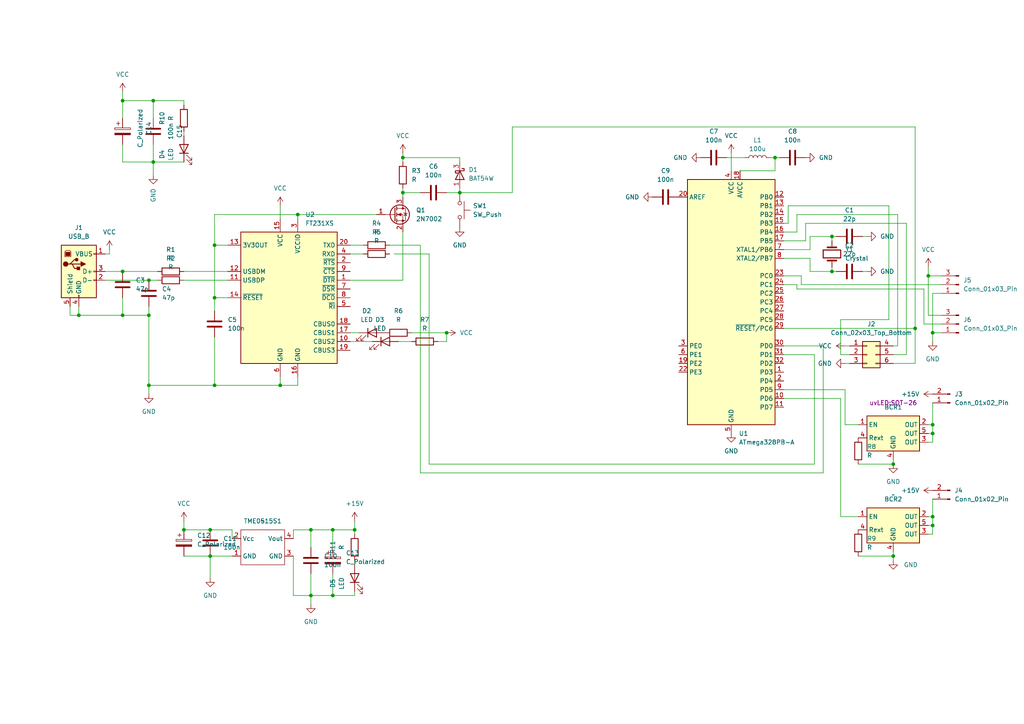
<source format=kicad_sch>
(kicad_sch (version 20230121) (generator eeschema)
  (paper "A4")
  (lib_symbols
    (symbol "Connector:Conn_01x02_Pin" (pin_names (offset 1.016) hide)
      (property "Reference" "J" (at 0 2.54 0))
      (property "Value" "Conn_01x02_Pin" (at 0 -5.08 0))
      (symbol "Conn_01x02_Pin_1_1"
        (polyline (pts (xy 1.27 -2.54) (xy 0.8636 -2.54)) (stroke (width 0.1524)))
        (polyline (pts (xy 1.27 0) (xy 0.8636 0)) (stroke (width 0.1524)))
        (rectangle (start 0.8636 -2.413) (end 0 -2.667) (stroke (width 0.1524)) (fill (type outline)))
        (rectangle (start 0.8636 0.127) (end 0 -0.127) (stroke (width 0.1524)) (fill (type outline)))
        (pin passive line (at 5.08 0 180) (length 3.81) (name "Pin_1") (number "1"))
        (pin passive line (at 5.08 -2.54 180) (length 3.81) (name "Pin_2") (number "2"))
      )
    )
    (symbol "Connector:Conn_01x03_Pin" (pin_names (offset 1.016) hide)
      (property "Reference" "J" (at 0 5.08 0))
      (property "Value" "Conn_01x03_Pin" (at 0 -5.08 0))
      (symbol "Conn_01x03_Pin_1_1"
        (polyline (pts (xy 1.27 -2.54) (xy 0.8636 -2.54)) (stroke (width 0.1524)))
        (polyline (pts (xy 1.27 0) (xy 0.8636 0)) (stroke (width 0.1524)))
        (polyline (pts (xy 1.27 2.54) (xy 0.8636 2.54)) (stroke (width 0.1524)))
        (rectangle (start 0.8636 -2.413) (end 0 -2.667) (stroke (width 0.1524)) (fill (type outline)))
        (rectangle (start 0.8636 0.127) (end 0 -0.127) (stroke (width 0.1524)) (fill (type outline)))
        (rectangle (start 0.8636 2.667) (end 0 2.413) (stroke (width 0.1524)) (fill (type outline)))
        (pin passive line (at 5.08 2.54 180) (length 3.81) (name "Pin_1") (number "1"))
        (pin passive line (at 5.08 0 180) (length 3.81) (name "Pin_2") (number "2"))
        (pin passive line (at 5.08 -2.54 180) (length 3.81) (name "Pin_3") (number "3"))
      )
    )
    (symbol "Connector:USB_B" (pin_names (offset 1.016))
      (property "Reference" "J" (at -5.08 11.43 0))
      (property "Value" "USB_B" (at -5.08 8.89 0))
      (symbol "USB_B_0_1"
        (rectangle (start -5.08 -7.62) (end 5.08 7.62) (stroke (width 0.254)) (fill (type background)))
        (circle (center -3.81 2.159) (radius 0.635) (stroke (width 0.254)) (fill (type outline)))
        (rectangle (start -3.81 5.588) (end -2.54 4.572) (fill (type outline)))
        (circle (center -0.635 3.429) (radius 0.381) (stroke (width 0.254)) (fill (type outline)))
        (rectangle (start -0.127 -7.62) (end 0.127 -6.858))
        (polyline (pts (xy -1.905 2.159) (xy 0.635 2.159)) (stroke (width 0.254)))
        (polyline (pts (xy -3.175 2.159) (xy -2.54 2.159) (xy -1.27 3.429) (xy -0.635 3.429)) (stroke (width 0.254)))
        (polyline (pts (xy -2.54 2.159) (xy -1.905 2.159) (xy -1.27 0.889) (xy 0 0.889)) (stroke (width 0.254)))
        (polyline (pts (xy 0.635 2.794) (xy 0.635 1.524) (xy 1.905 2.159) (xy 0.635 2.794)) (stroke (width 0.254)) (fill (type outline)))
        (polyline (pts (xy -4.064 4.318) (xy -2.286 4.318) (xy -2.286 5.715) (xy -2.667 6.096) (xy -3.683 6.096) (xy -4.064 5.715) (xy -4.064 4.318)))
        (rectangle (start 0.254 1.27) (end -0.508 0.508) (stroke (width 0.254)) (fill (type outline)))
        (rectangle (start 5.08 -2.667) (end 4.318 -2.413))
        (rectangle (start 5.08 -0.127) (end 4.318 0.127))
        (rectangle (start 5.08 4.953) (end 4.318 5.207))
      )
      (symbol "USB_B_1_1"
        (pin power_out line (at 7.62 5.08 180) (length 2.54) (name "VBUS") (number "1"))
        (pin bidirectional line (at 7.62 -2.54 180) (length 2.54) (name "D-") (number "2"))
        (pin bidirectional line (at 7.62 0 180) (length 2.54) (name "D+") (number "3"))
        (pin power_out line (at 0 -10.16 90) (length 2.54) (name "GND") (number "4"))
        (pin passive line (at -2.54 -10.16 90) (length 2.54) (name "Shield") (number "5"))
      )
    )
    (symbol "Connector_Generic:Conn_02x03_Top_Bottom" (pin_names (offset 1.016) hide)
      (property "Reference" "J" (at 1.27 5.08 0))
      (property "Value" "Conn_02x03_Top_Bottom" (at 1.27 -5.08 0))
      (symbol "Conn_02x03_Top_Bottom_1_1"
        (rectangle (start -1.27 -2.413) (end 0 -2.667) (stroke (width 0.1524)))
        (rectangle (start -1.27 0.127) (end 0 -0.127) (stroke (width 0.1524)))
        (rectangle (start -1.27 2.667) (end 0 2.413) (stroke (width 0.1524)))
        (rectangle (start -1.27 3.81) (end 3.81 -3.81) (stroke (width 0.254)) (fill (type background)))
        (rectangle (start 3.81 -2.413) (end 2.54 -2.667) (stroke (width 0.1524)))
        (rectangle (start 3.81 0.127) (end 2.54 -0.127) (stroke (width 0.1524)))
        (rectangle (start 3.81 2.667) (end 2.54 2.413) (stroke (width 0.1524)))
        (pin passive line (at -5.08 2.54 0) (length 3.81) (name "Pin_1") (number "1"))
        (pin passive line (at -5.08 0 0) (length 3.81) (name "Pin_2") (number "2"))
        (pin passive line (at -5.08 -2.54 0) (length 3.81) (name "Pin_3") (number "3"))
        (pin passive line (at 7.62 2.54 180) (length 3.81) (name "Pin_4") (number "4"))
        (pin passive line (at 7.62 0 180) (length 3.81) (name "Pin_5") (number "5"))
        (pin passive line (at 7.62 -2.54 180) (length 3.81) (name "Pin_6") (number "6"))
      )
    )
    (symbol "Device:C" (pin_numbers hide) (pin_names (offset 0.254))
      (property "Reference" "C" (at 0.635 2.54 0))
      (property "Value" "C" (at 0.635 -2.54 0))
      (symbol "C_0_1"
        (polyline (pts (xy -2.032 -0.762) (xy 2.032 -0.762)) (stroke (width 0.508)))
        (polyline (pts (xy -2.032 0.762) (xy 2.032 0.762)) (stroke (width 0.508)))
      )
      (symbol "C_1_1"
        (pin passive line (at 0 3.81 270) (length 2.794) (name "~") (number "1"))
        (pin passive line (at 0 -3.81 90) (length 2.794) (name "~") (number "2"))
      )
    )
    (symbol "Device:C_Polarized" (pin_numbers hide) (pin_names (offset 0.254))
      (property "Reference" "C" (at 0.635 2.54 0))
      (property "Value" "C_Polarized" (at 0.635 -2.54 0))
      (symbol "C_Polarized_0_1"
        (rectangle (start -2.286 0.508) (end 2.286 1.016))
        (polyline (pts (xy -1.778 2.286) (xy -0.762 2.286)))
        (polyline (pts (xy -1.27 2.794) (xy -1.27 1.778)))
        (rectangle (start 2.286 -0.508) (end -2.286 -1.016) (fill (type outline)))
      )
      (symbol "C_Polarized_1_1"
        (pin passive line (at 0 3.81 270) (length 2.794) (name "~") (number "1"))
        (pin passive line (at 0 -3.81 90) (length 2.794) (name "~") (number "2"))
      )
    )
    (symbol "Device:Crystal" (pin_numbers hide) (pin_names (offset 1.016) hide)
      (property "Reference" "Y" (at 0 3.81 0))
      (property "Value" "Crystal" (at 0 -3.81 0))
      (symbol "Crystal_0_1"
        (rectangle (start -1.143 2.54) (end 1.143 -2.54) (stroke (width 0.3048)))
        (polyline (pts (xy -2.54 0) (xy -1.905 0)))
        (polyline (pts (xy -1.905 -1.27) (xy -1.905 1.27)) (stroke (width 0.508)))
        (polyline (pts (xy 1.905 -1.27) (xy 1.905 1.27)) (stroke (width 0.508)))
        (polyline (pts (xy 2.54 0) (xy 1.905 0)))
      )
      (symbol "Crystal_1_1"
        (pin passive line (at -3.81 0 0) (length 1.27) (name "1") (number "1"))
        (pin passive line (at 3.81 0 180) (length 1.27) (name "2") (number "2"))
      )
    )
    (symbol "Device:L" (pin_numbers hide) (pin_names (offset 1.016) hide)
      (property "Reference" "L" (at -1.27 0 90))
      (property "Value" "L" (at 1.905 0 90))
      (symbol "L_0_1"
        (arc (start 0 -2.54) (mid 0.6323 -1.905) (end 0 -1.27))
        (arc (start 0 -1.27) (mid 0.6323 -0.635) (end 0 0))
        (arc (start 0 0) (mid 0.6323 0.635) (end 0 1.27))
        (arc (start 0 1.27) (mid 0.6323 1.905) (end 0 2.54))
      )
      (symbol "L_1_1"
        (pin passive line (at 0 3.81 270) (length 1.27) (name "1") (number "1"))
        (pin passive line (at 0 -3.81 90) (length 1.27) (name "2") (number "2"))
      )
    )
    (symbol "Device:LED" (pin_numbers hide) (pin_names (offset 1.016) hide)
      (property "Reference" "D" (at 0 2.54 0))
      (property "Value" "LED" (at 0 -2.54 0))
      (symbol "LED_0_1"
        (polyline (pts (xy -1.27 -1.27) (xy -1.27 1.27)) (stroke (width 0.254)))
        (polyline (pts (xy -1.27 0) (xy 1.27 0)))
        (polyline (pts (xy 1.27 -1.27) (xy 1.27 1.27) (xy -1.27 0) (xy 1.27 -1.27)) (stroke (width 0.254)))
        (polyline (pts (xy -3.048 -0.762) (xy -4.572 -2.286) (xy -3.81 -2.286) (xy -4.572 -2.286) (xy -4.572 -1.524)))
        (polyline (pts (xy -1.778 -0.762) (xy -3.302 -2.286) (xy -2.54 -2.286) (xy -3.302 -2.286) (xy -3.302 -1.524)))
      )
      (symbol "LED_1_1"
        (pin passive line (at -3.81 0 0) (length 2.54) (name "K") (number "1"))
        (pin passive line (at 3.81 0 180) (length 2.54) (name "A") (number "2"))
      )
    )
    (symbol "Device:R" (pin_numbers hide) (pin_names (offset 0))
      (property "Reference" "R" (at 2.032 0 90))
      (property "Value" "R" (at 0 0 90))
      (symbol "R_0_1"
        (rectangle (start -1.016 -2.54) (end 1.016 2.54) (stroke (width 0.254)))
      )
      (symbol "R_1_1"
        (pin passive line (at 0 3.81 270) (length 1.27) (name "~") (number "1"))
        (pin passive line (at 0 -3.81 90) (length 1.27) (name "~") (number "2"))
      )
    )
    (symbol "Diode:BAT54W" (pin_names (offset 1.016) hide)
      (property "Reference" "D" (at 0 2.54 0))
      (property "Value" "BAT54W" (at 0 -2.54 0))
      (symbol "BAT54W_0_1"
        (polyline (pts (xy 1.27 0) (xy -1.27 0)))
        (polyline (pts (xy 1.27 1.27) (xy 1.27 -1.27) (xy -1.27 0) (xy 1.27 1.27)) (stroke (width 0.254)))
        (polyline (pts (xy -1.905 0.635) (xy -1.905 1.27) (xy -1.27 1.27) (xy -1.27 -1.27) (xy -0.635 -1.27) (xy -0.635 -0.635)) (stroke (width 0.254)))
      )
      (symbol "BAT54W_1_1"
        (pin passive line (at 3.81 0 180) (length 2.54) (name "A") (number "1"))
        (pin no_connect line (at 0 0 90) (length 2.54) hide (name "NC") (number "2"))
        (pin passive line (at -3.81 0 0) (length 2.54) (name "K") (number "3"))
      )
    )
    (symbol "Interface_USB:FT231XS"
      (property "Reference" "U" (at -13.97 20.32 0))
      (property "Value" "FT231XS" (at 7.62 20.32 0))
      (symbol "FT231XS_0_1"
        (rectangle (start -13.97 19.05) (end 13.97 -19.05) (stroke (width 0.254)) (fill (type background)))
      )
      (symbol "FT231XS_1_1"
        (pin output line (at 17.78 5.08 180) (length 3.81) (name "~{DTR}") (number "1"))
        (pin bidirectional line (at 17.78 -12.7 180) (length 3.81) (name "CBUS2") (number "10"))
        (pin bidirectional line (at -17.78 5.08 0) (length 3.81) (name "USBDP") (number "11"))
        (pin bidirectional line (at -17.78 7.62 0) (length 3.81) (name "USBDM") (number "12"))
        (pin power_out line (at -17.78 15.24 0) (length 3.81) (name "3V3OUT") (number "13"))
        (pin input line (at -17.78 0 0) (length 3.81) (name "~{RESET}") (number "14"))
        (pin power_in line (at -2.54 22.86 270) (length 3.81) (name "VCC") (number "15"))
        (pin power_in line (at 2.54 -22.86 90) (length 3.81) (name "GND") (number "16"))
        (pin bidirectional line (at 17.78 -10.16 180) (length 3.81) (name "CBUS1") (number "17"))
        (pin bidirectional line (at 17.78 -7.62 180) (length 3.81) (name "CBUS0") (number "18"))
        (pin bidirectional line (at 17.78 -15.24 180) (length 3.81) (name "CBUS3") (number "19"))
        (pin output line (at 17.78 10.16 180) (length 3.81) (name "~{RTS}") (number "2"))
        (pin output line (at 17.78 15.24 180) (length 3.81) (name "TXD") (number "20"))
        (pin power_in line (at 2.54 22.86 270) (length 3.81) (name "VCCIO") (number "3"))
        (pin input line (at 17.78 12.7 180) (length 3.81) (name "RXD") (number "4"))
        (pin input line (at 17.78 -2.54 180) (length 3.81) (name "~{RI}") (number "5"))
        (pin power_in line (at -2.54 -22.86 90) (length 3.81) (name "GND") (number "6"))
        (pin input line (at 17.78 2.54 180) (length 3.81) (name "~{DSR}") (number "7"))
        (pin input line (at 17.78 0 180) (length 3.81) (name "~{DCD}") (number "8"))
        (pin input line (at 17.78 7.62 180) (length 3.81) (name "~{CTS}") (number "9"))
      )
    )
    (symbol "MCU_Microchip_ATmega:ATmega328PB-A"
      (property "Reference" "U" (at -12.7 36.83 0))
      (property "Value" "ATmega328PB-A" (at 2.54 -36.83 0))
      (symbol "ATmega328PB-A_0_1"
        (rectangle (start -12.7 -35.56) (end 12.7 35.56) (stroke (width 0.254)) (fill (type background)))
      )
      (symbol "ATmega328PB-A_1_1"
        (pin bidirectional line (at 15.24 -20.32 180) (length 2.54) (name "PD3") (number "1"))
        (pin bidirectional line (at 15.24 -27.94 180) (length 2.54) (name "PD6") (number "10"))
        (pin bidirectional line (at 15.24 -30.48 180) (length 2.54) (name "PD7") (number "11"))
        (pin bidirectional line (at 15.24 30.48 180) (length 2.54) (name "PB0") (number "12"))
        (pin bidirectional line (at 15.24 27.94 180) (length 2.54) (name "PB1") (number "13"))
        (pin bidirectional line (at 15.24 25.4 180) (length 2.54) (name "PB2") (number "14"))
        (pin bidirectional line (at 15.24 22.86 180) (length 2.54) (name "PB3") (number "15"))
        (pin bidirectional line (at 15.24 20.32 180) (length 2.54) (name "PB4") (number "16"))
        (pin bidirectional line (at 15.24 17.78 180) (length 2.54) (name "PB5") (number "17"))
        (pin power_in line (at 2.54 38.1 270) (length 2.54) (name "AVCC") (number "18"))
        (pin bidirectional line (at -15.24 -17.78 0) (length 2.54) (name "PE2") (number "19"))
        (pin bidirectional line (at 15.24 -22.86 180) (length 2.54) (name "PD4") (number "2"))
        (pin passive line (at -15.24 30.48 0) (length 2.54) (name "AREF") (number "20"))
        (pin passive line (at 0 -38.1 90) (length 2.54) hide (name "GND") (number "21"))
        (pin bidirectional line (at -15.24 -20.32 0) (length 2.54) (name "PE3") (number "22"))
        (pin bidirectional line (at 15.24 7.62 180) (length 2.54) (name "PC0") (number "23"))
        (pin bidirectional line (at 15.24 5.08 180) (length 2.54) (name "PC1") (number "24"))
        (pin bidirectional line (at 15.24 2.54 180) (length 2.54) (name "PC2") (number "25"))
        (pin bidirectional line (at 15.24 0 180) (length 2.54) (name "PC3") (number "26"))
        (pin bidirectional line (at 15.24 -2.54 180) (length 2.54) (name "PC4") (number "27"))
        (pin bidirectional line (at 15.24 -5.08 180) (length 2.54) (name "PC5") (number "28"))
        (pin bidirectional line (at 15.24 -7.62 180) (length 2.54) (name "~{RESET}/PC6") (number "29"))
        (pin bidirectional line (at -15.24 -12.7 0) (length 2.54) (name "PE0") (number "3"))
        (pin bidirectional line (at 15.24 -12.7 180) (length 2.54) (name "PD0") (number "30"))
        (pin bidirectional line (at 15.24 -15.24 180) (length 2.54) (name "PD1") (number "31"))
        (pin bidirectional line (at 15.24 -17.78 180) (length 2.54) (name "PD2") (number "32"))
        (pin power_in line (at 0 38.1 270) (length 2.54) (name "VCC") (number "4"))
        (pin power_in line (at 0 -38.1 90) (length 2.54) (name "GND") (number "5"))
        (pin bidirectional line (at -15.24 -15.24 0) (length 2.54) (name "PE1") (number "6"))
        (pin bidirectional line (at 15.24 15.24 180) (length 2.54) (name "XTAL1/PB6") (number "7"))
        (pin bidirectional line (at 15.24 12.7 180) (length 2.54) (name "XTAL2/PB7") (number "8"))
        (pin bidirectional line (at 15.24 -25.4 180) (length 2.54) (name "PD5") (number "9"))
      )
    )
    (symbol "Switch:SW_Push" (pin_numbers hide) (pin_names (offset 1.016) hide)
      (property "Reference" "SW" (at 1.27 2.54 0))
      (property "Value" "SW_Push" (at 0 -1.524 0))
      (symbol "SW_Push_0_1"
        (circle (center -2.032 0) (radius 0.508))
        (polyline (pts (xy 0 1.27) (xy 0 3.048)))
        (polyline (pts (xy 2.54 1.27) (xy -2.54 1.27)))
        (circle (center 2.032 0) (radius 0.508))
        (pin passive line (at -5.08 0 0) (length 2.54) (name "1") (number "1"))
        (pin passive line (at 5.08 0 180) (length 2.54) (name "2") (number "2"))
      )
    )
    (symbol "Transistor_FET:2N7002" (pin_names hide)
      (property "Reference" "Q" (at 5.08 1.905 0))
      (property "Value" "2N7002" (at 5.08 0 0))
      (symbol "2N7002_0_1"
        (polyline (pts (xy 0.254 0) (xy -2.54 0)))
        (polyline (pts (xy 0.254 1.905) (xy 0.254 -1.905)) (stroke (width 0.254)))
        (polyline (pts (xy 0.762 -1.27) (xy 0.762 -2.286)) (stroke (width 0.254)))
        (polyline (pts (xy 0.762 0.508) (xy 0.762 -0.508)) (stroke (width 0.254)))
        (polyline (pts (xy 0.762 2.286) (xy 0.762 1.27)) (stroke (width 0.254)))
        (polyline (pts (xy 2.54 2.54) (xy 2.54 1.778)))
        (polyline (pts (xy 2.54 -2.54) (xy 2.54 0) (xy 0.762 0)))
        (polyline (pts (xy 0.762 -1.778) (xy 3.302 -1.778) (xy 3.302 1.778) (xy 0.762 1.778)))
        (polyline (pts (xy 1.016 0) (xy 2.032 0.381) (xy 2.032 -0.381) (xy 1.016 0)) (fill (type outline)))
        (polyline (pts (xy 2.794 0.508) (xy 2.921 0.381) (xy 3.683 0.381) (xy 3.81 0.254)))
        (polyline (pts (xy 3.302 0.381) (xy 2.921 -0.254) (xy 3.683 -0.254) (xy 3.302 0.381)))
        (circle (center 1.651 0) (radius 2.794) (stroke (width 0.254)))
        (circle (center 2.54 -1.778) (radius 0.254) (fill (type outline)))
        (circle (center 2.54 1.778) (radius 0.254) (fill (type outline)))
      )
      (symbol "2N7002_1_1"
        (pin input line (at -5.08 0 0) (length 2.54) (name "G") (number "1"))
        (pin passive line (at 2.54 -5.08 90) (length 2.54) (name "S") (number "2"))
        (pin passive line (at 2.54 5.08 270) (length 2.54) (name "D") (number "3"))
      )
    )
    (symbol "power:+15V" (power) (pin_names (offset 0))
      (property "Value" "+15V" (at 0 3.556 0))
      (symbol "+15V_0_1"
        (polyline (pts (xy -0.762 1.27) (xy 0 2.54)))
        (polyline (pts (xy 0 0) (xy 0 2.54)))
        (polyline (pts (xy 0 2.54) (xy 0.762 1.27)))
      )
      (symbol "+15V_1_1"
        (pin power_in line (at 0 0 90) (length 0) hide (name "+15V") (number "1"))
      )
    )
    (symbol "power:GND" (power) (pin_names (offset 0))
      (property "Value" "GND" (at 0 -3.81 0))
      (symbol "GND_0_1"
        (polyline (pts (xy 0 0) (xy 0 -1.27) (xy 1.27 -1.27) (xy 0 -2.54) (xy -1.27 -1.27) (xy 0 -1.27)))
      )
      (symbol "GND_1_1"
        (pin power_in line (at 0 0 270) (length 0) hide (name "GND") (number "1"))
      )
    )
    (symbol "power:VCC" (power) (pin_names (offset 0))
      (property "Value" "VCC" (at 0 3.81 0))
      (symbol "VCC_0_1"
        (polyline (pts (xy -0.762 1.27) (xy 0 2.54)))
        (polyline (pts (xy 0 0) (xy 0 2.54)))
        (polyline (pts (xy 0 2.54) (xy 0.762 1.27)))
      )
      (symbol "VCC_1_1"
        (pin power_in line (at 0 0 90) (length 0) hide (name "VCC") (number "1"))
      )
    )
    (symbol "uvLED:BCR420"
      (property "Reference" "BCR420" (at -6.35 -2.54 0))
      (symbol "BCR420_0_1"
        (rectangle (start -7.62 -3.81) (end 7.62 -13.97) (stroke (width 0.254)) (fill (type background)))
      )
      (symbol "BCR420_1_1"
        (pin input line (at -10.16 -6.35 0) (length 2.54) (name "EN") (number "1"))
        (pin output line (at 10.16 -6.35 180) (length 2.54) (name "OUT") (number "2"))
        (pin output line (at 10.16 -11.43 180) (length 2.54) (name "OUT") (number "3"))
        (pin power_in line (at 0 -16.51 90) (length 2.54) (name "GND") (number "4"))
        (pin input line (at -10.16 -10.16 0) (length 2.54) (name "Rext") (number "4"))
        (pin output line (at 10.16 -8.89 180) (length 2.54) (name "OUT") (number "5"))
      )
    )
    (symbol "uvLED:TME0515S"
      (property "Reference" "TME0515S" (at 0 0 0))
      (symbol "TME0515S_0_1"
        (rectangle (start -6.35 -2.54) (end 6.35 -12.7))
      )
      (symbol "TME0515S_1_1"
        (pin power_in line (at -8.89 -10.16 0) (length 2.54) (name "GND") (number "1"))
        (pin power_in line (at -8.89 -5.08 0) (length 2.54) (name "Vcc") (number "2"))
        (pin power_out line (at 8.89 -10.16 180) (length 2.54) (name "GND") (number "3"))
        (pin power_out line (at 8.89 -5.08 180) (length 2.54) (name "Vout") (number "4"))
      )
    )
  )
  (junction (at 43.18 111.76))
  (junction (at 35.56 91.44))
  (junction (at 116.84 55.88))
  (junction (at 86.36 62.23))
  (junction (at 90.17 172.72))
  (junction (at 81.28 111.76))
  (junction (at 270.51 96.52))
  (junction (at 60.96 153.67))
  (junction (at 265.43 95.25))
  (junction (at 241.3 68.58))
  (junction (at 96.52 172.72))
  (junction (at 53.34 153.67))
  (junction (at 259.08 161.29))
  (junction (at 62.23 86.36))
  (junction (at 44.45 29.21))
  (junction (at 224.79 45.72))
  (junction (at 96.52 153.67))
  (junction (at 22.86 91.44))
  (junction (at 102.87 153.67))
  (junction (at 270.51 152.4))
  (junction (at 116.84 45.72))
  (junction (at 259.08 134.62))
  (junction (at 270.51 149.86))
  (junction (at 62.23 111.76))
  (junction (at 60.96 161.29))
  (junction (at 43.18 91.44))
  (junction (at 62.23 71.12))
  (junction (at 44.45 46.99))
  (junction (at 90.17 153.67))
  (junction (at 133.35 55.88))
  (junction (at 270.51 125.73))
  (junction (at 35.56 78.74))
  (junction (at 43.18 81.28))
  (junction (at 241.3 78.74))
  (junction (at 270.51 123.19))
  (junction (at 35.56 29.21))
  (junction (at 129.54 96.52))
  (junction (at 269.24 80.01))
  (wire (pts (xy 262.89 102.87) (xy 259.08 102.87)))
  (wire (pts (xy 121.92 71.12) (xy 113.03 71.12)))
  (wire (pts (xy 129.54 99.06) (xy 129.54 96.52)))
  (wire (pts (xy 245.11 105.41) (xy 246.38 105.41)))
  (wire (pts (xy 81.28 111.76) (xy 86.36 111.76)))
  (wire (pts (xy 269.24 80.01) (xy 269.24 91.44)))
  (wire (pts (xy 116.84 55.88) (xy 116.84 57.15)))
  (wire (pts (xy 53.34 78.74) (xy 66.04 78.74)))
  (wire (pts (xy 35.56 78.74) (xy 45.72 78.74)))
  (wire (pts (xy 224.79 49.53) (xy 224.79 45.72)))
  (wire (pts (xy 53.34 39.37) (xy 53.34 38.1)))
  (wire (pts (xy 62.23 71.12) (xy 62.23 86.36)))
  (wire (pts (xy 231.14 62.23) (xy 231.14 67.31)))
  (wire (pts (xy 214.63 49.53) (xy 224.79 49.53)))
  (wire (pts (xy 30.48 73.66) (xy 31.75 73.66)))
  (wire (pts (xy 250.19 78.74) (xy 251.46 78.74)))
  (wire (pts (xy 227.33 72.39) (xy 234.95 72.39)))
  (wire (pts (xy 35.56 29.21) (xy 35.56 34.29)))
  (wire (pts (xy 270.51 128.27) (xy 270.51 125.73)))
  (wire (pts (xy 101.6 81.28) (xy 116.84 81.28)))
  (wire (pts (xy 212.09 44.45) (xy 212.09 49.53)))
  (wire (pts (xy 231.14 83.82) (xy 231.14 82.55)))
  (wire (pts (xy 116.84 54.61) (xy 116.84 55.88)))
  (wire (pts (xy 269.24 91.44) (xy 273.05 91.44)))
  (wire (pts (xy 241.3 68.58) (xy 241.3 69.85)))
  (wire (pts (xy 227.33 100.33) (xy 238.76 100.33)))
  (wire (pts (xy 234.95 68.58) (xy 241.3 68.58)))
  (wire (pts (xy 270.51 96.52) (xy 273.05 96.52)))
  (wire (pts (xy 116.84 45.72) (xy 133.35 45.72)))
  (wire (pts (xy 148.59 36.83) (xy 148.59 55.88)))
  (wire (pts (xy 133.35 45.72) (xy 133.35 46.99)))
  (wire (pts (xy 102.87 151.13) (xy 102.87 153.67)))
  (wire (pts (xy 260.35 62.23) (xy 231.14 62.23)))
  (wire (pts (xy 43.18 91.44) (xy 43.18 111.76)))
  (wire (pts (xy 86.36 109.22) (xy 86.36 111.76)))
  (wire (pts (xy 270.51 154.94) (xy 270.51 152.4)))
  (wire (pts (xy 270.51 144.78) (xy 270.51 149.86)))
  (wire (pts (xy 245.11 123.19) (xy 245.11 113.03)))
  (wire (pts (xy 101.6 96.52) (xy 104.14 96.52)))
  (wire (pts (xy 257.81 92.71) (xy 243.84 92.71)))
  (wire (pts (xy 238.76 100.33) (xy 238.76 137.16)))
  (wire (pts (xy 231.14 82.55) (xy 227.33 82.55)))
  (wire (pts (xy 44.45 46.99) (xy 53.34 46.99)))
  (wire (pts (xy 53.34 29.21) (xy 53.34 30.48)))
  (wire (pts (xy 265.43 95.25) (xy 265.43 36.83)))
  (wire (pts (xy 270.51 125.73) (xy 270.51 123.19)))
  (wire (pts (xy 223.52 45.72) (xy 224.79 45.72)))
  (wire (pts (xy 267.97 83.82) (xy 231.14 83.82)))
  (wire (pts (xy 96.52 158.75) (xy 96.52 153.67)))
  (wire (pts (xy 227.33 115.57) (xy 243.84 115.57)))
  (wire (pts (xy 269.24 154.94) (xy 270.51 154.94)))
  (wire (pts (xy 86.36 63.5) (xy 86.36 62.23)))
  (wire (pts (xy 210.82 45.72) (xy 215.9 45.72)))
  (wire (pts (xy 90.17 166.37) (xy 90.17 172.72)))
  (wire (pts (xy 241.3 77.47) (xy 241.3 78.74)))
  (wire (pts (xy 22.86 91.44) (xy 35.56 91.44)))
  (wire (pts (xy 44.45 34.29) (xy 44.45 29.21)))
  (wire (pts (xy 44.45 46.99) (xy 44.45 50.8)))
  (wire (pts (xy 243.84 149.86) (xy 243.84 115.57)))
  (wire (pts (xy 90.17 175.26) (xy 90.17 172.72)))
  (wire (pts (xy 116.84 44.45) (xy 116.84 45.72)))
  (wire (pts (xy 44.45 29.21) (xy 53.34 29.21)))
  (wire (pts (xy 248.92 134.62) (xy 259.08 134.62)))
  (wire (pts (xy 245.11 100.33) (xy 246.38 100.33)))
  (wire (pts (xy 242.57 68.58) (xy 241.3 68.58)))
  (wire (pts (xy 270.51 149.86) (xy 269.24 149.86)))
  (wire (pts (xy 53.34 153.67) (xy 60.96 153.67)))
  (wire (pts (xy 228.6 64.77) (xy 228.6 59.69)))
  (wire (pts (xy 62.23 86.36) (xy 66.04 86.36)))
  (wire (pts (xy 227.33 80.01) (xy 232.41 80.01)))
  (wire (pts (xy 227.33 102.87) (xy 236.22 102.87)))
  (wire (pts (xy 90.17 172.72) (xy 96.52 172.72)))
  (wire (pts (xy 81.28 109.22) (xy 81.28 111.76)))
  (wire (pts (xy 124.46 134.62) (xy 236.22 134.62)))
  (wire (pts (xy 90.17 158.75) (xy 90.17 153.67)))
  (wire (pts (xy 102.87 163.83) (xy 102.87 162.56)))
  (wire (pts (xy 62.23 86.36) (xy 62.23 90.17)))
  (wire (pts (xy 31.75 72.39) (xy 31.75 73.66)))
  (wire (pts (xy 96.52 172.72) (xy 96.52 166.37)))
  (wire (pts (xy 232.41 82.55) (xy 273.05 82.55)))
  (wire (pts (xy 102.87 153.67) (xy 102.87 154.94)))
  (wire (pts (xy 234.95 78.74) (xy 234.95 74.93)))
  (wire (pts (xy 90.17 153.67) (xy 96.52 153.67)))
  (wire (pts (xy 148.59 55.88) (xy 133.35 55.88)))
  (wire (pts (xy 257.81 59.69) (xy 257.81 92.71)))
  (wire (pts (xy 269.24 77.47) (xy 269.24 80.01)))
  (wire (pts (xy 233.68 69.85) (xy 233.68 64.77)))
  (wire (pts (xy 43.18 111.76) (xy 43.18 114.3)))
  (wire (pts (xy 233.68 64.77) (xy 262.89 64.77)))
  (wire (pts (xy 67.31 156.21) (xy 67.31 153.67)))
  (wire (pts (xy 20.32 88.9) (xy 20.32 91.44)))
  (wire (pts (xy 236.22 134.62) (xy 236.22 102.87)))
  (wire (pts (xy 273.05 93.98) (xy 267.97 93.98)))
  (wire (pts (xy 265.43 36.83) (xy 148.59 36.83)))
  (wire (pts (xy 30.48 78.74) (xy 35.56 78.74)))
  (wire (pts (xy 248.92 161.29) (xy 259.08 161.29)))
  (wire (pts (xy 101.6 73.66) (xy 105.41 73.66)))
  (wire (pts (xy 270.51 116.84) (xy 270.51 123.19)))
  (wire (pts (xy 44.45 46.99) (xy 35.56 46.99)))
  (wire (pts (xy 43.18 88.9) (xy 43.18 91.44)))
  (wire (pts (xy 85.09 172.72) (xy 90.17 172.72)))
  (wire (pts (xy 133.35 54.61) (xy 133.35 55.88)))
  (wire (pts (xy 243.84 92.71) (xy 243.84 102.87)))
  (wire (pts (xy 43.18 111.76) (xy 62.23 111.76)))
  (wire (pts (xy 101.6 99.06) (xy 107.95 99.06)))
  (wire (pts (xy 43.18 81.28) (xy 45.72 81.28)))
  (wire (pts (xy 20.32 91.44) (xy 22.86 91.44)))
  (wire (pts (xy 96.52 153.67) (xy 102.87 153.67)))
  (wire (pts (xy 85.09 156.21) (xy 85.09 153.67)))
  (wire (pts (xy 259.08 105.41) (xy 265.43 105.41)))
  (wire (pts (xy 121.92 137.16) (xy 121.92 71.12)))
  (wire (pts (xy 30.48 81.28) (xy 43.18 81.28)))
  (wire (pts (xy 269.24 123.19) (xy 270.51 123.19)))
  (wire (pts (xy 224.79 45.72) (xy 226.06 45.72)))
  (wire (pts (xy 227.33 74.93) (xy 234.95 74.93)))
  (wire (pts (xy 53.34 161.29) (xy 60.96 161.29)))
  (wire (pts (xy 60.96 161.29) (xy 67.31 161.29)))
  (wire (pts (xy 227.33 64.77) (xy 228.6 64.77)))
  (wire (pts (xy 270.51 85.09) (xy 270.51 96.52)))
  (wire (pts (xy 85.09 153.67) (xy 90.17 153.67)))
  (wire (pts (xy 259.08 134.62) (xy 259.08 133.35)))
  (wire (pts (xy 238.76 137.16) (xy 121.92 137.16)))
  (wire (pts (xy 35.56 26.67) (xy 35.56 29.21)))
  (wire (pts (xy 44.45 41.91) (xy 44.45 46.99)))
  (wire (pts (xy 62.23 111.76) (xy 81.28 111.76)))
  (wire (pts (xy 248.92 149.86) (xy 243.84 149.86)))
  (wire (pts (xy 116.84 81.28) (xy 116.84 67.31)))
  (wire (pts (xy 228.6 59.69) (xy 257.81 59.69)))
  (wire (pts (xy 35.56 46.99) (xy 35.56 41.91)))
  (wire (pts (xy 44.45 29.21) (xy 35.56 29.21)))
  (wire (pts (xy 243.84 102.87) (xy 246.38 102.87)))
  (wire (pts (xy 241.3 78.74) (xy 234.95 78.74)))
  (wire (pts (xy 60.96 167.64) (xy 60.96 161.29)))
  (wire (pts (xy 86.36 62.23) (xy 109.22 62.23)))
  (wire (pts (xy 81.28 59.69) (xy 81.28 63.5)))
  (wire (pts (xy 102.87 171.45) (xy 102.87 172.72)))
  (wire (pts (xy 22.86 88.9) (xy 22.86 91.44)))
  (wire (pts (xy 60.96 153.67) (xy 67.31 153.67)))
  (wire (pts (xy 116.84 55.88) (xy 121.92 55.88)))
  (wire (pts (xy 245.11 113.03) (xy 227.33 113.03)))
  (wire (pts (xy 262.89 64.77) (xy 262.89 102.87)))
  (wire (pts (xy 250.19 68.58) (xy 251.46 68.58)))
  (wire (pts (xy 270.51 96.52) (xy 270.51 99.06)))
  (wire (pts (xy 265.43 105.41) (xy 265.43 95.25)))
  (wire (pts (xy 269.24 128.27) (xy 270.51 128.27)))
  (wire (pts (xy 267.97 93.98) (xy 267.97 83.82)))
  (wire (pts (xy 115.57 99.06) (xy 119.38 99.06)))
  (wire (pts (xy 260.35 100.33) (xy 260.35 62.23)))
  (wire (pts (xy 62.23 97.79) (xy 62.23 111.76)))
  (wire (pts (xy 227.33 95.25) (xy 265.43 95.25)))
  (wire (pts (xy 248.92 123.19) (xy 245.11 123.19)))
  (wire (pts (xy 35.56 91.44) (xy 43.18 91.44)))
  (wire (pts (xy 269.24 80.01) (xy 273.05 80.01)))
  (wire (pts (xy 127 99.06) (xy 129.54 99.06)))
  (wire (pts (xy 273.05 85.09) (xy 270.51 85.09)))
  (wire (pts (xy 232.41 80.01) (xy 232.41 82.55)))
  (wire (pts (xy 270.51 152.4) (xy 270.51 149.86)))
  (wire (pts (xy 259.08 162.56) (xy 259.08 161.29)))
  (wire (pts (xy 114.3 73.66) (xy 124.46 73.66)))
  (wire (pts (xy 269.24 125.73) (xy 270.51 125.73)))
  (wire (pts (xy 35.56 86.36) (xy 35.56 91.44)))
  (wire (pts (xy 96.52 172.72) (xy 102.87 172.72)))
  (wire (pts (xy 231.14 67.31) (xy 227.33 67.31)))
  (wire (pts (xy 259.08 100.33) (xy 260.35 100.33)))
  (wire (pts (xy 85.09 161.29) (xy 85.09 172.72)))
  (wire (pts (xy 124.46 73.66) (xy 124.46 134.62)))
  (wire (pts (xy 101.6 71.12) (xy 105.41 71.12)))
  (wire (pts (xy 53.34 81.28) (xy 66.04 81.28)))
  (wire (pts (xy 234.95 72.39) (xy 234.95 68.58)))
  (wire (pts (xy 62.23 62.23) (xy 62.23 71.12)))
  (wire (pts (xy 62.23 62.23) (xy 86.36 62.23)))
  (wire (pts (xy 53.34 151.13) (xy 53.34 153.67)))
  (wire (pts (xy 116.84 45.72) (xy 116.84 46.99)))
  (wire (pts (xy 241.3 78.74) (xy 242.57 78.74)))
  (wire (pts (xy 133.35 55.88) (xy 129.54 55.88)))
  (wire (pts (xy 269.24 152.4) (xy 270.51 152.4)))
  (wire (pts (xy 119.38 96.52) (xy 129.54 96.52)))
  (wire (pts (xy 259.08 161.29) (xy 259.08 160.02)))
  (wire (pts (xy 66.04 71.12) (xy 62.23 71.12)))
  (wire (pts (xy 227.33 69.85) (xy 233.68 69.85)))
  (symbol (lib_id "power:GND") (at 259.08 134.62 0) (unit 1)
    (property "Reference" "#PWR015" (effects hide))
    (property "Value" "GND" (at 259.08 139.7 0))
  )
  (symbol (lib_id "Device:R") (at 109.22 73.66 90) (unit 1)
    (property "Reference" "R5" (at 109.22 67.31 90))
    (property "Value" "R" (at 109.22 69.85 90))
  )
  (symbol (lib_id "Device:R") (at 123.19 99.06 90) (unit 1)
    (property "Reference" "R7" (at 123.19 92.71 90))
    (property "Value" "R" (at 123.19 95.25 90))
  )
  (symbol (lib_id "Device:R") (at 116.84 50.8 0) (unit 1)
    (property "Reference" "R3" (at 119.38 49.53 0) (effects (justify left)))
    (property "Value" "R" (at 119.38 52.07 0) (effects (justify left)))
  )
  (symbol (lib_id "power:VCC") (at 81.28 59.69 0) (unit 1)
    (property "Reference" "#PWR06" (effects hide))
    (property "Value" "VCC" (at 81.28 54.61 0))
  )
  (symbol (lib_id "Device:C") (at 60.96 157.48 0) (unit 1)
    (property "Reference" "C11" (at 64.77 156.21 0) (effects (justify left)))
    (property "Value" "100n" (at 64.77 158.75 0) (effects (justify left)))
    (property "Footprint" "Capacitor_SMD:C_0805_2012Metric_Pad1.18x1.45mm_HandSolder" (effects hide))
  )
  (symbol (lib_id "Device:C") (at 229.87 45.72 90) (unit 1)
    (property "Reference" "C8" (at 229.87 38.1 90))
    (property "Value" "100n" (at 229.87 40.64 90))
    (property "Footprint" "Capacitor_SMD:C_0805_2012Metric_Pad1.18x1.45mm_HandSolder" (effects hide))
  )
  (symbol (lib_id "Device:LED") (at 107.95 96.52 0) (unit 1)
    (property "Reference" "D2" (at 106.3625 90.17 0))
    (property "Value" "LED" (at 106.3625 92.71 0))
  )
  (symbol (lib_id "Device:LED") (at 111.76 99.06 0) (unit 1)
    (property "Reference" "D3" (at 110.1725 92.71 0))
    (property "Value" "LED" (at 110.1725 95.25 0))
  )
  (symbol (lib_id "Device:C") (at 62.23 93.98 0) (unit 1)
    (property "Reference" "C5" (at 66.04 92.71 0) (effects (justify left)))
    (property "Value" "100n" (at 66.04 95.25 0) (effects (justify left)))
    (property "Footprint" "Capacitor_SMD:C_0805_2012Metric_Pad1.18x1.45mm_HandSolder" (effects hide))
  )
  (symbol (lib_id "uvLED:BCR420") (at 259.08 143.51 0) (unit 1)
    (property "Reference" "BCR2" (at 259.08 144.78 0))
    (property "Value" "~" (at 259.08 143.51 0))
    (property "Footprint" "uvLED:SOT-26" (effects hide))
  )
  (symbol (lib_id "Device:C") (at 207.01 45.72 90) (unit 1)
    (property "Reference" "C7" (at 207.01 38.1 90))
    (property "Value" "100n" (at 207.01 40.64 90))
    (property "Footprint" "Capacitor_SMD:C_0805_2012Metric_Pad1.18x1.45mm_HandSolder" (effects hide))
  )
  (symbol (lib_id "power:GND") (at 44.45 50.8 0) (unit 1)
    (property "Reference" "#PWR023" (effects hide))
    (property "Value" "GND" (at 44.45 54.61 90) (effects (justify right)))
  )
  (symbol (lib_id "power:VCC") (at 116.84 44.45 0) (unit 1)
    (property "Reference" "#PWR04" (effects hide))
    (property "Value" "VCC" (at 116.84 39.37 0))
  )
  (symbol (lib_id "Diode:BAT54W") (at 133.35 50.8 270) (unit 1)
    (property "Reference" "D1" (at 135.89 49.2125 90) (effects (justify left)))
    (property "Value" "BAT54W" (at 135.89 51.7525 90) (effects (justify left)))
    (property "Footprint" "Package_TO_SOT_SMD:SOT-323_SC-70" (effects hide))
    (property "Datasheet" "https://assets.nexperia.com/documents/data-sheet/BAT54W_SER.pdf" (effects hide))
  )
  (symbol (lib_id "Connector_Generic:Conn_02x03_Top_Bottom") (at 251.46 102.87 0) (unit 1)
    (property "Reference" "J2" (at 252.73 93.98 0))
    (property "Value" "Conn_02x03_Top_Bottom" (at 252.73 96.52 0))
  )
  (symbol (lib_id "Device:C") (at 35.56 82.55 0) (unit 1)
    (property "Reference" "C3" (at 39.37 81.28 0) (effects (justify left)))
    (property "Value" "47p" (at 39.37 83.82 0) (effects (justify left)))
    (property "Footprint" "Capacitor_SMD:C_0805_2012Metric_Pad1.18x1.45mm_HandSolder" (effects hide))
  )
  (symbol (lib_id "power:GND") (at 212.09 125.73 0) (unit 1)
    (property "Reference" "#PWR011" (effects hide))
    (property "Value" "GND" (at 212.09 130.81 0))
  )
  (symbol (lib_id "Device:R") (at 109.22 71.12 90) (unit 1)
    (property "Reference" "R4" (at 109.22 64.77 90))
    (property "Value" "R" (at 109.22 67.31 90))
  )
  (symbol (lib_id "Transistor_FET:2N7002") (at 114.3 62.23 0) (unit 1)
    (property "Reference" "Q1" (at 120.65 60.96 0) (effects (justify left)))
    (property "Value" "2N7002" (at 120.65 63.5 0) (effects (justify left)))
    (property "Footprint" "Package_TO_SOT_SMD:SOT-23" (effects hide))
    (property "Datasheet" "https://www.onsemi.com/pub/Collateral/NDS7002A-D.PDF" (effects hide))
  )
  (symbol (lib_id "MCU_Microchip_ATmega:ATmega328PB-A") (at 212.09 87.63 0) (unit 1)
    (property "Reference" "U1" (at 214.2841 125.73 0) (effects (justify left)))
    (property "Value" "ATmega328PB-A" (at 214.2841 128.27 0) (effects (justify left)))
    (property "Footprint" "Package_QFP:TQFP-32_7x7mm_P0.8mm" (effects hide))
    (property "Datasheet" "http://ww1.microchip.com/downloads/en/DeviceDoc/40001906C.pdf" (effects hide))
  )
  (symbol (lib_id "Connector:Conn_01x03_Pin") (at 278.13 93.98 180) (unit 1)
    (property "Reference" "J6" (at 279.4 92.71 0) (effects (justify right)))
    (property "Value" "Conn_01x03_Pin" (at 279.4 95.25 0) (effects (justify right)))
  )
  (symbol (lib_id "Device:C") (at 43.18 85.09 0) (unit 1)
    (property "Reference" "C4" (at 46.99 83.82 0) (effects (justify left)))
    (property "Value" "47p" (at 46.99 86.36 0) (effects (justify left)))
    (property "Footprint" "Capacitor_SMD:C_0805_2012Metric_Pad1.18x1.45mm_HandSolder" (effects hide))
  )
  (symbol (lib_id "power:GND") (at 233.68 45.72 90) (unit 1)
    (property "Reference" "#PWR08" (effects hide))
    (property "Value" "GND" (at 237.49 45.72 90) (effects (justify right)))
  )
  (symbol (lib_id "power:GND") (at 270.51 99.06 0) (unit 1)
    (property "Reference" "#PWR018" (effects hide))
    (property "Value" "GND" (at 270.51 104.14 0))
  )
  (symbol (lib_id "power:VCC") (at 269.24 77.47 0) (unit 1)
    (property "Reference" "#PWR017" (effects hide))
    (property "Value" "VCC" (at 269.24 72.39 0))
  )
  (symbol (lib_id "Device:R") (at 49.53 81.28 90) (unit 1)
    (property "Reference" "R2" (at 49.53 74.93 90))
    (property "Value" "R" (at 49.53 77.47 90))
  )
  (symbol (lib_id "Device:R") (at 248.92 130.81 0) (unit 1)
    (property "Reference" "R8" (at 251.46 129.54 0) (effects (justify left)))
    (property "Value" "R" (at 251.46 132.08 0) (effects (justify left)))
  )
  (symbol (lib_id "Device:C") (at 125.73 55.88 90) (unit 1)
    (property "Reference" "C6" (at 125.73 48.26 90))
    (property "Value" "100n" (at 125.73 50.8 90))
    (property "Footprint" "Capacitor_SMD:C_0805_2012Metric_Pad1.18x1.45mm_HandSolder" (effects hide))
  )
  (symbol (lib_id "Connector:Conn_01x03_Pin") (at 278.13 82.55 180) (unit 1)
    (property "Reference" "J5" (at 279.4 81.28 0) (effects (justify right)))
    (property "Value" "Conn_01x03_Pin" (at 279.4 83.82 0) (effects (justify right)))
  )
  (symbol (lib_id "Device:R") (at 53.34 34.29 180) (unit 1)
    (property "Reference" "R10" (at 46.99 34.29 90))
    (property "Value" "R" (at 49.53 34.29 90))
  )
  (symbol (lib_id "power:GND") (at 251.46 78.74 90) (unit 1)
    (property "Reference" "#PWR02" (effects hide))
    (property "Value" "GND" (at 255.27 78.74 90) (effects (justify right)))
  )
  (symbol (lib_id "Device:R") (at 248.92 157.48 0) (unit 1)
    (property "Reference" "R9" (at 251.46 156.21 0) (effects (justify left)))
    (property "Value" "R" (at 251.46 158.75 0) (effects (justify left)))
  )
  (symbol (lib_id "uvLED:BCR420") (at 259.08 116.84 0) (unit 1)
    (property "Reference" "BCR1" (at 259.08 118.11 0))
    (property "Value" "~" (at 259.08 116.84 0))
    (property "Footprint" "uvLED:SOT-26" (at 259.08 116.84 0))
  )
  (symbol (lib_id "power:VCC") (at 53.34 151.13 0) (unit 1)
    (property "Reference" "#PWR022" (effects hide))
    (property "Value" "VCC" (at 53.34 146.05 0))
  )
  (symbol (lib_id "Device:R") (at 102.87 158.75 180) (unit 1)
    (property "Reference" "R11" (at 96.52 158.75 90))
    (property "Value" "R" (at 99.06 158.75 90))
  )
  (symbol (lib_id "Device:C_Polarized") (at 35.56 38.1 0) (unit 1)
    (property "Reference" "C14" (at 43.18 37.211 90))
    (property "Value" "C_Polarized" (at 40.64 37.211 90))
  )
  (symbol (lib_id "Device:L") (at 219.71 45.72 90) (unit 1)
    (property "Reference" "L1" (at 219.71 40.64 90))
    (property "Value" "100u" (at 219.71 43.18 90))
    (property "Footprint" "Capacitor_SMD:C_0805_2012Metric_Pad1.18x1.45mm_HandSolder" (effects hide))
  )
  (symbol (lib_id "power:VCC") (at 245.11 100.33 90) (unit 1)
    (property "Reference" "#PWR014" (effects hide))
    (property "Value" "VCC" (at 241.3 100.33 90) (effects (justify left)))
  )
  (symbol (lib_id "power:+15V") (at 102.87 151.13 0) (unit 1)
    (property "Reference" "#PWR024" (effects hide))
    (property "Value" "+15V" (at 102.87 146.05 0))
  )
  (symbol (lib_id "power:GND") (at 43.18 114.3 0) (unit 1)
    (property "Reference" "#PWR03" (effects hide))
    (property "Value" "GND" (at 43.18 119.38 0))
  )
  (symbol (lib_id "power:GND") (at 133.35 66.04 0) (unit 1)
    (property "Reference" "#PWR019" (effects hide))
    (property "Value" "GND" (at 133.35 71.12 0))
  )
  (symbol (lib_id "Device:C") (at 246.38 78.74 90) (unit 1)
    (property "Reference" "C2" (at 246.38 71.12 90))
    (property "Value" "22p" (at 246.38 73.66 90))
    (property "Footprint" "Capacitor_SMD:C_0805_2012Metric_Pad1.18x1.45mm_HandSolder" (effects hide))
  )
  (symbol (lib_id "Connector:Conn_01x02_Pin") (at 275.59 144.78 180) (unit 1)
    (property "Reference" "J4" (at 276.86 142.24 0) (effects (justify right)))
    (property "Value" "Conn_01x02_Pin" (at 276.86 144.78 0) (effects (justify right)))
  )
  (symbol (lib_id "Device:R") (at 115.57 96.52 90) (unit 1)
    (property "Reference" "R6" (at 115.57 90.17 90))
    (property "Value" "R" (at 115.57 92.71 90))
  )
  (symbol (lib_id "Connector:USB_B") (at 22.86 78.74 0) (unit 1)
    (property "Reference" "J1" (at 22.86 66.04 0))
    (property "Value" "USB_B" (at 22.86 68.58 0))
    (property "Datasheet" " ~" (effects hide))
  )
  (symbol (lib_id "Interface_USB:FT231XS") (at 83.82 86.36 0) (unit 1)
    (property "Reference" "U2" (at 88.5541 62.23 0) (effects (justify left)))
    (property "Value" "FT231XS" (at 88.5541 64.77 0) (effects (justify left)))
    (property "Footprint" "Package_SO:SSOP-20_3.9x8.7mm_P0.635mm" (effects hide))
    (property "Datasheet" "https://www.ftdichip.com/Support/Documents/DataSheets/ICs/DS_FT231X.pdf" (effects hide))
  )
  (symbol (lib_id "Switch:SW_Push") (at 133.35 60.96 270) (unit 1)
    (property "Reference" "SW1" (at 137.16 59.69 90) (effects (justify left)))
    (property "Value" "SW_Push" (at 137.16 62.23 90) (effects (justify left)))
  )
  (symbol (lib_id "Device:LED") (at 102.87 167.64 90) (unit 1)
    (property "Reference" "D5" (at 96.52 169.2275 0))
    (property "Value" "LED" (at 99.06 169.2275 0))
  )
  (symbol (lib_id "Device:C") (at 44.45 38.1 0) (unit 1)
    (property "Reference" "C15" (at 52.07 38.1 90))
    (property "Value" "100n" (at 49.53 38.1 90))
    (property "Footprint" "Capacitor_SMD:C_0805_2012Metric_Pad1.18x1.45mm_HandSolder" (effects hide))
  )
  (symbol (lib_id "power:GND") (at 60.96 167.64 0) (unit 1)
    (property "Reference" "#PWR020" (effects hide))
    (property "Value" "GND" (at 60.96 172.72 0))
  )
  (symbol (lib_id "power:GND") (at 245.11 105.41 270) (unit 1)
    (property "Reference" "#PWR013" (effects hide))
    (property "Value" "GND" (at 241.3 105.41 90) (effects (justify right)))
  )
  (symbol (lib_id "Device:C_Polarized") (at 96.52 162.56 0) (unit 1)
    (property "Reference" "C13" (at 100.33 160.401 0) (effects (justify left)))
    (property "Value" "C_Polarized" (at 100.33 162.941 0) (effects (justify left)))
  )
  (symbol (lib_id "Device:Crystal") (at 241.3 73.66 90) (unit 1)
    (property "Reference" "Y1" (at 245.11 72.39 90) (effects (justify right)))
    (property "Value" "Crystal" (at 245.11 74.93 90) (effects (justify right)))
  )
  (symbol (lib_id "power:+15V") (at 270.51 142.24 90) (unit 1)
    (property "Reference" "#PWR025" (effects hide))
    (property "Value" "+15V" (at 266.7 142.24 90) (effects (justify left)))
  )
  (symbol (lib_id "Device:LED") (at 53.34 43.18 90) (unit 1)
    (property "Reference" "D4" (at 46.99 44.7675 0))
    (property "Value" "LED" (at 49.53 44.7675 0))
  )
  (symbol (lib_id "power:GND") (at 259.08 162.56 0) (unit 1)
    (property "Reference" "#PWR016" (effects hide))
    (property "Value" "GND" (at 264.16 163.83 0))
  )
  (symbol (lib_id "uvLED:TME0515S") (at 76.2 151.13 0) (unit 1)
    (property "Reference" "TME0515S1" (at 76.2 151.13 0))
    (property "Value" "~" (at 76.2 151.13 0))
  )
  (symbol (lib_id "Device:R") (at 49.53 78.74 90) (unit 1)
    (property "Reference" "R1" (at 49.53 72.39 90))
    (property "Value" "R" (at 49.53 74.93 90))
  )
  (symbol (lib_id "power:VCC") (at 212.09 44.45 0) (unit 1)
    (property "Reference" "#PWR07" (effects hide))
    (property "Value" "VCC" (at 212.09 39.37 0))
  )
  (symbol (lib_id "power:GND") (at 251.46 68.58 90) (unit 1)
    (property "Reference" "#PWR01" (effects hide))
    (property "Value" "GND" (at 255.27 68.58 90) (effects (justify right)))
  )
  (symbol (lib_id "Device:C") (at 246.38 68.58 90) (unit 1)
    (property "Reference" "C1" (at 246.38 60.96 90))
    (property "Value" "22p" (at 246.38 63.5 90))
    (property "Footprint" "Capacitor_SMD:C_0805_2012Metric_Pad1.18x1.45mm_HandSolder" (effects hide))
  )
  (symbol (lib_id "power:VCC") (at 129.54 96.52 270) (unit 1)
    (property "Reference" "#PWR012" (effects hide))
    (property "Value" "VCC" (at 133.35 96.52 90) (effects (justify left)))
  )
  (symbol (lib_id "power:VCC") (at 35.56 26.67 0) (unit 1)
    (property "Reference" "#PWR027" (effects hide))
    (property "Value" "VCC" (at 35.56 21.59 0))
  )
  (symbol (lib_id "Connector:Conn_01x02_Pin") (at 275.59 116.84 180) (unit 1)
    (property "Reference" "J3" (at 276.86 114.3 0) (effects (justify right)))
    (property "Value" "Conn_01x02_Pin" (at 276.86 116.84 0) (effects (justify right)))
  )
  (symbol (lib_id "Device:C") (at 90.17 162.56 0) (unit 1)
    (property "Reference" "C10" (at 93.98 161.29 0) (effects (justify left)))
    (property "Value" "100n" (at 93.98 163.83 0) (effects (justify left)))
    (property "Footprint" "Capacitor_SMD:C_0805_2012Metric_Pad1.18x1.45mm_HandSolder" (effects hide))
  )
  (symbol (lib_id "power:+15V") (at 270.51 114.3 90) (unit 1)
    (property "Reference" "#PWR026" (effects hide))
    (property "Value" "+15V" (at 266.7 114.3 90) (effects (justify left)))
  )
  (symbol (lib_id "power:GND") (at 90.17 175.26 0) (unit 1)
    (property "Reference" "#PWR021" (effects hide))
    (property "Value" "GND" (at 90.17 180.34 0))
  )
  (symbol (lib_id "power:VCC") (at 31.75 72.39 0) (unit 1)
    (property "Reference" "#PWR05" (effects hide))
    (property "Value" "VCC" (at 31.75 67.31 0))
  )
  (symbol (lib_id "Device:C") (at 193.04 57.15 90) (unit 1)
    (property "Reference" "C9" (at 193.04 49.53 90))
    (property "Value" "100n" (at 193.04 52.07 90))
    (property "Footprint" "Capacitor_SMD:C_0805_2012Metric_Pad1.18x1.45mm_HandSolder" (effects hide))
  )
  (symbol (lib_id "Device:C_Polarized") (at 53.34 157.48 0) (unit 1)
    (property "Reference" "C12" (at 57.15 155.321 0) (effects (justify left)))
    (property "Value" "C_Polarized" (at 57.15 157.861 0) (effects (justify left)))
  )
  (symbol (lib_id "power:GND") (at 203.2 45.72 270) (unit 1)
    (property "Reference" "#PWR09" (effects hide))
    (property "Value" "GND" (at 199.39 45.72 90) (effects (justify right)))
  )
  (symbol (lib_id "power:GND") (at 189.23 57.15 270) (unit 1)
    (property "Reference" "#PWR010" (effects hide))
    (property "Value" "GND" (at 185.42 57.15 90) (effects (justify right)))
  )
)
</source>
